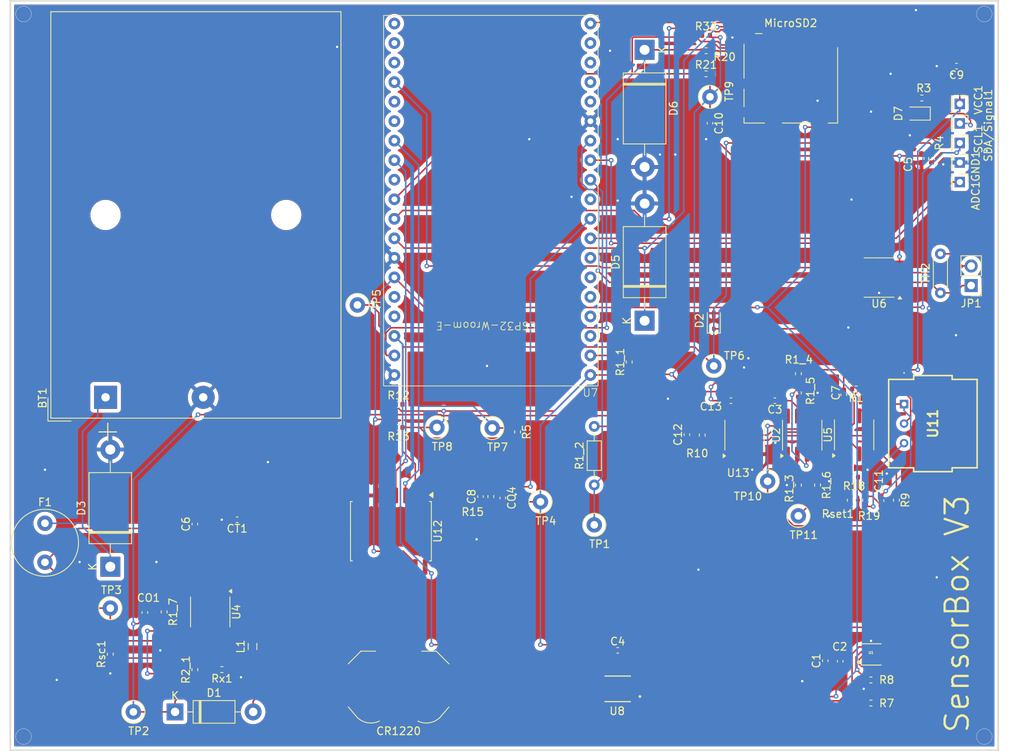
<source format=kicad_pcb>
(kicad_pcb (version 20240108) (generator "pcbnew") (generator_version "8.0")
  (layers (0 "F.Cu" signal) (31 "B.Cu" signal) (34 "B.Paste" user) (35 "F.Paste" user) (36 "B.SilkS" user "B.Silkscreen") (37 "F.SilkS" user "F.Silkscreen") (38 "B.Mask" user) (39 "F.Mask" user) (44 "Edge.Cuts" user))
  (net 0 "")
  (net 1 "extern_Sensor_Gpio_33")
  (net 2 "Net-(D3-A1)")
  (net 3 "GND1")
  (net 4 "VDD_3V3")
  (net 5 "VCC_Bat")
  (net 6 "VDD_5V")
  (net 7 "Net-(C11-Pad1)")
  (net 8 "Net-(C11-Pad2)")
  (net 9 "Net-(U13--)")
  (net 10 "Net-(C12-Pad2)")
  (net 11 "Net-(CR1220-+)")
  (net 12 "Net-(U4-TC)")
  (net 13 "Net-(D1-A)")
  (net 14 "SCL_GPIO22")
  (net 15 "SDA_GPIO21")
  (net 16 "Miso_GPIO19")
  (net 17 "Mosi_GPIO23")
  (net 18 "Net-(JP1-A)")
  (net 19 "Net-(JP1-B)")
  (net 20 "Net-(U4-Ipk)")
  (net 22 "SCK_GPIO18")
  (net 24 "CS_GPIO5")
  (net 26 "Net-(R1-Pad2)")
  (net 27 "Net-(U7-EN)")
  (net 28 "Ozon_out_ADC_GPIO27")
  (net 29 "VDD_2.5V")
  (net 30 "Net-(R1_3-Pad1)")
  (net 31 "Net-(U2-+)")
  (net 32 "Net-(U4-Vfb)")
  (net 33 "Net-(U13-+)")
  (net 34 "RTC_RST_GPIO16")
  (net 35 "RTC_32Khz_GPIO25")
  (net 36 "Net-(U5--)")
  (net 37 "Net-(R19-Pad1)")
  (net 38 "Net-(U5-+)")
  (net 39 "Net-(U4-DC)")
  (net 40 "RTC_INIT_GPIO4")
  (net 47 "Miso_GPIO12")
  (net 48 "CS_GPIO15")
  (net 49 "SCK_GPIO14")
  (net 54 "RST_GPIO2")
  (net 73 "Net-(U2-V+)")
  (net 74 "Net-(U5-V+)")
  (net 75 "Net-(U13-V+)")
  (net 76 "Net-(D2-K)")
  (net 77 "Net-(D7-K)")
  (footprint "Resistor_SMD:R_0402_1005Metric" (layer "F.Cu") (at 123.93 100.85)
    (property "Reference" "R8")
    (property "Value" "4.7k")
  )
  (footprint "Ozonsensor:PS1O3100" (layer "F.Cu") (at 128.25 64.96 -90)
    (property "Reference" "U11")
    (property "Value" "PS1-O3-100" (hide yes))
  )
  (footprint "Capacitor_SMD:C_0402_1005Metric_Pad0.74x0.62mm_HandSolder" (layer "F.Cu") (at 73.152 76.99 90)
    (property "Reference" "C8")
    (property "Value" "100nF")
  )
  (footprint "TestPoint:TestPoint_Loop_D1.80mm_Drill1.0mm_Beaded" (layer "F.Cu") (at 25 91.5 90)
    (property "Reference" "TP3")
    (property "Value" "TestPoint")
  )
  (footprint "Capacitor_SMD:C_0402_1005Metric_Pad0.74x0.62mm_HandSolder" (layer "F.Cu") (at 100 68.9325 90)
    (property "Reference" "C12")
    (property "Value" "100nF")
  )
  (footprint "Connector_Card:microSD_HC_Molex_104031-0811" (layer "F.Cu") (at 113.5 22.5875)
    (property "Reference" "MicroSD2")
    (property "Value" "~")
  )
  (footprint "Resistor_SMD:R_0402_1005Metric" (layer "F.Cu") (at 130.554 25.146 180)
    (property "Reference" "R3")
    (property "Value" "100R")
  )
  (footprint "Capacitor_SMD:C_0402_1005Metric_Pad0.74x0.62mm_HandSolder" (layer "F.Cu") (at 29.5 92.0675 90)
    (property "Reference" "CO1")
    (property "Value" "47µF")
  )
  (footprint "Capacitor_SMD:C_0402_1005Metric_Pad0.74x0.62mm_HandSolder" (layer "F.Cu") (at 36 80.5675 90)
    (property "Reference" "C6")
    (property "Value" "100µF")
  )
  (footprint "Diode_SMD:D_SOD-323" (layer "F.Cu") (at 103.5 54.12 90)
    (property "Reference" "D2")
    (property "Value" "PESD3V3U1UA")
  )
  (footprint "Resistor_THT:R_Axial_DIN0204_L3.6mm_D1.6mm_P7.62mm_Horizontal" (layer "F.Cu") (at 87.95 75.48 90)
    (property "Reference" "R1_2")
    (property "Value" "0R")
  )
  (footprint "Capacitor_SMD:C_0402_1005Metric_Pad0.74x0.62mm_HandSolder" (layer "F.Cu") (at 120.396 63.754 90)
    (property "Reference" "C7")
    (property "Value" "0.1uF")
  )
  (footprint "TestPoint:TestPoint_Loop_D1.80mm_Drill1.0mm_Beaded" (layer "F.Cu") (at 57.15 52.07 90)
    (property "Reference" "TP5")
    (property "Value" "TestPoint")
  )
  (footprint "Package_SO:SOIC-8_3.9x4.9mm_P1.27mm" (layer "F.Cu") (at 125 48.5 180)
    (property "Reference" "U6")
    (property "Value" "MAX31855EASA")
  )
  (footprint "Battery_Basket:BatteryHolder_Keystone_2479_3xAAA" (layer "F.Cu") (at 24.384 64.0825 90)
    (property "Reference" "BT1")
    (property "Value" "BC3AAAPC")
  )
  (footprint "Fuse:Fuse_Littelfuse_372_D8.50mm" (layer "F.Cu") (at 16.5 80.46 -90)
    (property "Reference" "F1")
    (property "Value" "Polyfuse_Small")
  )
  (footprint "TestPoint:TestPoint_Loop_D1.80mm_Drill1.0mm_Beaded" (layer "F.Cu") (at 67.48 68)
    (property "Reference" "TP8")
    (property "Value" "TestPoint")
  )
  (footprint "Resistor_SMD:R_0402_1005Metric" (layer "F.Cu") (at 117 75.5 -90)
    (property "Reference" "R1_6")
    (property "Value" "10kR")
  )
  (footprint "Resistor_SMD:R_0402_1005Metric" (layer "F.Cu") (at 114.5 61.01 90)
    (property "Reference" "R1_4")
    (property "Value" "1kR")
  )
  (footprint "Resistor_SMD:R_0402_1005Metric" (layer "F.Cu") (at 36 99.51 90)
    (property "Reference" "R2_1")
    (property "Value" "2k2")
  )
  (footprint "Capacitor_SMD:C_0402_1005Metric_Pad0.74x0.62mm_HandSolder" (layer "F.Cu") (at 118 98.35 90)
    (property "Reference" "C1")
    (property "Value" "0.1uF")
  )
  (footprint "Inductor_SMD:L_0805_2012Metric_Pad1.05x1.20mm_HandSolder" (layer "F.Cu") (at 43.5 96.5 90)
    (property "Reference" "L1")
    (property "Value" "51µH")
  )
  (footprint "TestPoint:TestPoint_Loop_D1.80mm_Drill1.0mm_Beaded" (layer "F.Cu") (at 103 25 90)
    (property "Reference" "TP9")
    (property "Value" "TestPoint")
  )
  (footprint "Capacitor_SMD:C_0402_1005Metric_Pad0.74x0.62mm_HandSolder" (layer "F.Cu") (at 76.05 77.17 -90)
    (property "Reference" "CO4")
    (property "Value" "100nF")
  )
  (footprint "Diode_THT:D_DO-201AE_P15.24mm_Horizontal" (layer "F.Cu") (at 25 86.12 90)
    (property "Reference" "D3")
    (property "Value" "1.5KExxA")
  )
  (footprint "Capacitor_SMD:C_0402_1005Metric_Pad0.74x0.62mm_HandSolder" (layer "F.Cu") (at 111.4465 64.516 180)
    (property "Reference" "C3")
    (property "Value" "0.1uF")
  )
  (footprint "Capacitor_SMD:C_0402_1005Metric_Pad0.74x0.62mm_HandSolder" (layer "F.Cu") (at 130.5 33 -90)
    (property "Reference" "C5")
    (property "Value" "0.1µF")
  )
  (footprint "Resistor_SMD:R_0402_1005Metric" (layer "F.Cu") (at 102.49 22)
    (property "Reference" "R21")
    (property "Value" "3k")
  )
  (footprint "Package_SO:SOIC-8_3.9x4.9mm_P1.27mm" (layer "F.Cu") (at 38 92 -90)
    (property "Reference" "U4")
    (property "Value" "MC33063AD")
  )
  (footprint "Resistor_SMD:R_0402_1005Metric" (layer "F.Cu") (at 122.01 63 180)
    (property "Reference" "R1")
    (property "Value" "10R")
  )
  (footprint "Package_SO:SOIC-16W_7.5x10.3mm_P1.27mm" (layer "F.Cu") (at 61.5 81.5 -90)
    (property "Reference" "U12")
    (property "Value" "DS3231M")
  )
  (footprint "Resistor_SMD:R_0402_1005Metric" (layer "F.Cu") (at 114.5 63.5 90)
    (property "Reference" "R1_5")
    (property "Value" "1kR")
  )
  (footprint "Resistor_SMD:R_0402_1005Metric" (layer "F.Cu") (at 92.5 59.5 90)
    (property "Reference" "R1_1")
    (property "Value" "10k")
  )
  (footprint "Resistor_SMD:R_0402_1005Metric" (layer "F.Cu") (at 131.826 33.022 90)
    (property "Reference" "R4")
    (property "Value" "100R")
  )
  (footprint "Resistor_SMD:R_0402_1005Metric" (layer "F.Cu") (at 114.5 75.5 90)
    (property "Reference" "R1_3")
    (property "Value" "1.3 kR")
  )
  (footprint "TestPoint:TestPoint_Loop_D1.80mm_Drill1.0mm_Beaded" (layer "F.Cu") (at 74.676 68.072)
    (property "Reference" "TP7")
    (property "Value" "TestPoint")
  )
  (footprint "Capacitor_SMD:C_0402_1005Metric_Pad0.74x0.62mm_HandSolder" (layer "F.Cu") (at 125.25 77.5275 -90)
    (property "Reference" "C11")
    (property "Value" "100nF")
  )
  (footprint "Resistor_SMD:R_0402_1005Metric" (layer "F.Cu") (at 102 69 -90)
    (property "Reference" "R10")
    (property "Value" "10kR")
  )
  (footprint "TestPoint:TestPoint_Loop_D1.80mm_Drill1.0mm_Beaded" (layer "F.Cu") (at 114.5 79.5)
    (property "Reference" "TP11")
    (property "Value" "TestPoint")
  )
  (footprint "Capacitor_SMD:C_0402_1005Metric_Pad0.74x0.62mm_HandSolder" (layer "F.Cu") (at 119.94 98.4175 90)
    (property "Reference" "C2")
    (property "Value" "0.1uF")
  )
  (footprint "Resistor_SMD:R_0402_1005Metric" (layer "F.Cu") (at 102.49 17)
    (property "Reference" "R33")
    (property "Value" "3k")
  )
  (footprint "Capacitor_SMD:C_0402_1005Metric_Pad0.74x0.62mm_HandSolder" (layer "F.Cu") (at 103 28.4325 -90)
    (property "Reference" "C10")
    (property "Value" "100nF")
  )
  (footprint "TestPoint:TestPoint_Loop_D1.80mm_Drill1.0mm_Beaded" (layer "F.Cu") (at 110.5 75)
    (property "Reference" "TP10")
    (property "Value" "TestPoint")
  )
  (footprint "Diode_THT:D_DO-201AE_P15.24mm_Horizontal" (layer "F.Cu") (at 94.5 54.12 90)
    (property "Reference" "D5")
    (property "Value" "1.5KExxA")
  )
  (footprint "Capacitor_SMD:C_0402_1005Metric_Pad0.74x0.62mm_HandSolder" (layer "F.Cu") (at 135.0675 21 180)
    (property "Reference" "C9")
    (property "Value" "100nF")
  )
  (footprint "Resistor_SMD:R_0402_1005Metric" (layer "F.Cu") (at 74.5 77 90)
    (property "Reference" "R15")
    (property "Value" "4.7k")
  )
  (footprint "Connector_PinHeader_2.00mm:PinHeader_1x01_P2.00mm_Vertical" (layer "F.Cu") (at 135.5 25.92 -90)
    (property "Reference" "VCC1")
    (property "Value" "Conn_01x01_Socket")
  )
  (footprint "Resistor_SMD:R_0402_1005Metric" (layer "F.Cu") (at 25 97.49 90)
    (property "Reference" "Rsc1")
    (property "Value" "0R39")
  )
  (footprint "Capacitor_SMD:C_0402_1005Metric_Pad0.74x0.62mm_HandSolder" (layer "F.Cu") (at 105.7235 64.516 180)
    (property "Reference" "C13")
    (property "Value" "0.1uF")
  )
  (footprint "Connector_PinHeader_2.00mm:PinHeader_1x01_P2.00mm_Vertical" (layer "F.Cu") (at 135.5 31 -90)
    (property "Reference" "SCL1")
    (property "Value" "Conn_01x01_Socket")
  )
  (footprint "HPP_footprints:SON6_HPP845E131R5_TEC" (layer "F.Cu") (at 91 102 180)
    (property "Reference" "U8")
    (property "Value" "HPP845E131R5")
  )
  (footprint "Capacitor_SMD:C_0402_1005Metric_Pad0.74x0.62mm_HandSolder" (layer "F.Cu") (at 91 97)
    (property "Reference" "C4")
    (property "Value" "100nF")
  )
  (footprint "TestPoint:TestPoint_Loop_D1.80mm_Drill1.0mm_Beaded" (layer "F.Cu") (at 28 105)
    (property "Reference" "TP2")
    (property "Value" "TestPoint")
  )
  (footprint "Resistor_SMD:R_0402_1005Metric" (layer "F.Cu") (at 39.51 99.5 180)
    (property "Reference" "Rx1")
    (property "Value" "180R")
  )
  (footprint "TestPoint:TestPoint_Loop_D1.80mm_Drill1.0mm_Beaded" (layer "F.Cu") (at 87.95 80.67)
    (property "Reference" "TP1")
    (property "Value" "TestPoint")
  )
  (footprint "Resistor_SMD:R_0402_1005Metric" (layer "F.Cu") (at 32 92 -90)
    (property "Reference" "R1_7")
    (property "Value" "6k8")
  )
  (footprint "Resistor_SMD:R_0402_1005Metric" (layer "F.Cu") (at 123.94 103.85)
    (property "Reference" "R7")
    (property "Value" "4.7k")
  )
  (footprint "Connector_PinHeader_2.00mm:PinHeader_1x01_P2.00mm_Vertical" (layer "F.Cu") (at 135.5 36.08 -90)
    (property "Reference" "ADC1")
    (property "Value" "Conn_01x01_Socket")
  )
  (footprint "Resistor_SMD:R_0402_1005Metric" (layer "F.Cu") (at 121.25 77.47 -90)
    (property "Reference" "Rset1")
    (property "Value" "10k")
  )
  (footprint "Resistor_SMD:R_0402_1005Metric" (layer "F.Cu") (at 127.25 77.46 -90)
    (property "Reference" "R9")
    (property "Value" "10kR")
  )
  (footprint "Package_SO:SOIC-8_3.9x4.9mm_P1.27mm" (layer "F.Cu") (at 115 69 90)
    (property "Reference" "U2")
    (property "Value" "OPA197xD")
  )
  (footprint "Resistor_SMD:R_0402_1005Metric" (layer "F.Cu") (at 62.49 65)
    (property "Reference" "R12")
    (property "Value" "4.7k")
  )
  (footprint "TestPoint:TestPoint_Loop_D1.80mm_Drill1.0mm_Beaded" (layer "F.Cu") (at 103.5 60)
    (property "Reference" "TP6")
    (property "Value" "TestPoint")
  )
  (footprint "Resistor_SMD:R_0402_1005Metric" (layer "F.Cu") (at 123.25 77.47 90)
    (property "Reference" "R19")
    (property "Value" "10kR")
  )
  (footprint "Battery:BatteryHolder_LINX_BAT-HLD-012-SMT" (layer "F.Cu") (at 62.5 101.5)
    (property "Reference" "CR1220")
    (property "Value" "Battery")
  )
  (footprint "Diode_THT:D_DO-41_SOD81_P10.16mm_Horizontal" (layer "F.Cu") (at 33.42 105)
    (property "Reference" "D1")
    (property "Value" "1N5819")
  )
  (footprint "Resistor_SMD:R_0402_1005Metric" (layer "F.Cu") (at 77.978 68.58 -90)
    (property "Reference" "R5")
    (property "Value" "4.7k")
  )
  (footprint "Connector_PinHeader_2.00mm:PinHeader_1x01_P2.00mm_Vertical" (layer "F.Cu") (at 135.5 28.46 -90)
    (property "Reference" "SDA/Signal1")
    (property "Value" "Conn_01x01_Socket")
  )
  (footprint "Resistor_SMD:R_0402_1005Metric" (layer "F.Cu") (at 62.49 68 180)
    (property "Reference" "R13")
    (property "Value" "4.7k")
  )
  (footprint "Package_SO:SOIC-8_3.9x4.9mm_P1.27mm" (layer "F.Cu") (at 107.5 69 90)
    (property "Reference" "U13")
    (property "Value" "OPA197xD")
  )
  (footprint "Connector_PinHeader_2.00mm:PinHeader_1x01_P2.00mm_Vertical" (layer "F.Cu") (at 135.5 33.54 -90)
    (property "Reference" "GND1")
    (property "Value" "Conn_01x01_Socket")
  )
  (footprint "Capacitor_SMD:C_0402_1005Metric_Pad0.74x0.62mm_HandSolder" (layer "F.Cu") (at 41.5 80 180)
    (property "Reference" "CT1")
    (property "Value" "1500pF")
  )
  (footprint "Connector_PinHeader_2.54mm:PinHeader_1x02_P2.54mm_Vertical" (layer "F.Cu") (at 136.975 49.54 180)
    (property "Reference" "JP1")
    (property "Value" "Jumper_2_Bridged")
  )
  (footprint "TestPoint:TestPoint_Loop_D1.80mm_Drill1.0mm_Beaded" (layer "F.Cu") (at 80.95 77.67)
    (property "Reference" "TP4")
    (property "Value" "TestPoint")
  )
  (footprint "Diode_SMD:D_SOD-323" (layer "F.Cu") (at 130.048 27.178 180)
    (property "Reference" "D7")
    (property "Value" "PESD3V3U1UA")
  )
  (footprint "ESP32_Wroom_e:ESP32_Wroom_E" (layer "F.Cu") (at 87.45 61.18 180)
    (property "Reference" "U7")
    (property "Value" "~")
  )
  (footprint "Resistor_THT:R_Axial_DIN0204_L3.6mm_D1.6mm_P5.08mm_Horizontal" (layer "F.Cu") (at 132.975 50.5 90)
    (property "Reference" "TH2")
    (property "Value" "Type K")
  )
  (footprint "Resistor_SMD:R_0402_1005Metric" (layer "F.Cu") (at 102.51 19)
    (property "Reference" "R20")
    (property "Value" "3k")
  )
  (footprint "Resistor_SMD:R_0402_1005Metric" (layer "F.Cu") (at 121.75 74.46 180)
    (property "Reference" "R18")
    (property "Value" "10kR")
  )
  (footprint "Package_SO:SOIC-8_3.9x4.9mm_P1.27mm" (layer "F.Cu") (at 121.75 68.96 90)
    (property "Reference" "U5")
    (property "Value" "OPA197xD")
  )
  (footprint "BME280 (2):BME280" (layer "F.Cu") (at 123.97 97.525 180)
    (property "Reference" "U1")
    (property "Value" "BME280")
  )
  (footprint "Diode_THT:D_DO-201AE_P15.24mm_Horizontal" (layer "F.Cu") (at 94.5 18.88 -90)
    (property "Reference" "D6")
    (property "Value" "1.5KExxA")
  )
  (gr_circle (center 13.716 108.204) (end 13.716 107.188) (stroke (width 0.05)) (fill none) (layer "Edge.Cuts"))
  (gr_rect (start 12 12.5) (end 140.5 110) (stroke (width 0.2)) (fill none) (layer "Edge.Cuts"))
  (gr_circle (center 138.684 108.204) (end 138.684 107.188) (stroke (width 0.05)) (fill none) (layer "Edge.Cuts"))
  (gr_circle (center 13.716 14.224) (end 13.716 13.208) (stroke (width 0.05)) (fill none) (layer "Edge.Cuts"))
  (gr_circle (center 138.684 14.224) (end 138.684 13.208) (stroke (width 0.05)) (fill none) (layer "Edge.Cuts"))
  (gr_text "SensorBox V3" (at 136.906 107.95 90) (layer "F.SilkS") (effects (font (size 3 3) (thickness 0.3) (bold yes)) (justify left bottom)))
  (segment (start 127.203 43.4) (end 87.45 43.4) (width 0.2) (layer "F.Cu") (net 1))
  (segment (start 135.5 36.08) (end 134.523 36.08) (width 0.2) (layer "F.Cu") (net 1))
  (segment (start 134.523 36.08) (end 127.203 43.4) (width 0.2) (layer "F.Cu") (net 1))
  (segment (start 21.3925 80.9108) (end 25 84.5183) (width 0.2) (layer "B.Cu") (net 2))
  (segment (start 21.3925 80.518) (end 21.3925 80.9108) (width 0.2) (layer "B.Cu") (net 2))
  (segment (start 21.3925 80.518) (end 21.3925 68.5235) (width 0.2) (layer "B.Cu") (net 2))
  (segment (start 23.368 66.548) (end 23.368 65.0985) (width 0.2) (layer "B.Cu") (net 2))
  (segment (start 16.5 80.46) (end 21.3925 80.46) (width 0.2) (layer "B.Cu") (net 2))
  (segment (start 21.3925 80.46) (end 21.3925 80.518) (width 0.2) (layer "B.Cu") (net 2))
  (segment (start 23.368 65.0985) (end 24.384 64.0825) (width 0.2) (layer "B.Cu") (net 2))
  (segment (start 21.3925 68.5235) (end 23.368 66.548) (width 0.2) (layer "B.Cu") (net 2))
  (segment (start 25 84.5183) (end 25 86.12) (width 0.2) (layer "B.Cu") (net 2))
  (segment (start 124.148 95.758) (end 124.94 96.55) (width 0.2) (layer "F.Cu") (net 3))
  (segment (start 123 98.5) (end 123.412936 98.5) (width 0.2) (layer "F.Cu") (net 3))
  (segment (start 124.727 97.85) (end 124.395 97.5179) (width 0.2) (layer "F.Cu") (net 3))
  (segment (start 123.952 97.0749) (end 124.395 97.5179) (width 0.2) (layer "F.Cu") (net 3))
  (segment (start 123.952 95.758) (end 124.148 95.758) (width 0.2) (layer "F.Cu") (net 3))
  (segment (start 124.395 97.517936) (end 124.395 97.5179) (width 0.2) (layer "F.Cu") (net 3))
  (segment (start 123.952 95.758) (end 123.952 97.0749) (width 0.2) (layer "F.Cu") (net 3))
  (segment (start 124.94 97.85) (end 124.727 97.85) (width 0.2) (layer "F.Cu") (net 3))
  (segment (start 123.412936 98.5) (end 124.395 97.517936) (width 0.2) (layer "F.Cu") (net 3))
  (via (at 118.5 79.5) (size 0.6) (drill 0.3) (layers "F.Cu" "B.Cu") (net 3))
  (via (at 91 38.5) (size 0.6) (drill 0.3) (layers "F.Cu" "B.Cu") (net 3))
  (via (at 123.952 95.758) (size 0.6) (drill 0.3) (layers "F.Cu" "B.Cu") (net 3))
  (via (at 96.5 32.5) (size 0.6) (drill 0.3) (layers "F.Cu" "B.Cu") (net 3))
  (via (at 77.724 76.708) (size 0.6) (drill 0.3) (layers "F.Cu" "B.Cu") (net 3))
  (via (at 79.5 30.5) (size 0.6) (drill 0.3) (layers "F.Cu" "B.Cu") (net 3))
  (via (at 117 63.5) (size 0.6) (drill 0.3) (layers "F.Cu" "B.Cu") (net 3))
  (via (at 134.5 22) (size 0.6) (drill 0.3) (layers "F.Cu" "B.Cu") (net 3))
  (via (at 135 56) (size 0.6) (drill 0.3) (layers "F.Cu" "B.Cu") (net 3))
  (via (at 91 30.5) (size 0.6) (drill 0.3) (layers "F.Cu" "B.Cu") (net 3))
  (via (at 18.034 100.838) (size 0.6) (drill 0.3) (layers "F.Cu" "B.Cu") (net 3))
  (via (at 102.5 30.5) (size 0.6) (drill 0.3) (layers "F.Cu" "B.Cu") (net 3))
  (via (at 113 75.5) (size 0.6) (drill 0.3) (layers "F.Cu" "B.Cu") (net 3))
  (via (at 132.5 87.5) (size 0.6) (drill 0.3) (layers "F.Cu" "B.Cu") (net 3))
  (via (at 21 85.5) (size 0.6) (drill 0.3) (layers "F.Cu" "B.Cu") (net 3))
  (via (at 107.442 60.198) (size 0.6) (drill 0.3) (layers "F.Cu" "B.Cu") (net 3))
  (via (at 121 55) (size 0.6) (drill 0.3) (layers "F.Cu" "B.Cu") (net 3))
  (via (at 123.5 73.5) (size 0.6) (drill 0.3) (layers "F.Cu" "B.Cu") (net 3))
  (via (at 54.5 18.5) (size 0.6) (drill 0.3) (layers "F.Cu" "B.Cu") (net 3))
  (via (at 105.918 17.272) (size 0.6) (drill 0.3) (layers "F.Cu" "B.Cu") (net 3))
  (via (at 117 25.5) (size 0.6) (drill 0.3) (layers "F.Cu" "B.Cu") (net 3))
  (via (at 126 74) (size 0.6) (drill 0.3) (layers "F.Cu" "B.Cu") (net 3))
  (via (at 98.5 32.5) (size 0.6) (drill 0.3) (layers "F.Cu" "B.Cu") (net 3))
  (via (at 115 101) (size 0.6) (drill 0.3) (layers "F.Cu" "B.Cu") (net 3))
  (via (at 85 38) (size 0.6) (drill 0.3) (layers "F.Cu" "B.Cu") (net 3))
  (via (at 139 32) (size 0.6) (drill 0.3) (layers "F.Cu" "B.Cu") (net 3))
  (via (at 125 50.5) (size 0.6) (drill 0.3) (layers "F.Cu" "B.Cu") (net 3))
  (via (at 90 19) (size 0.6) (drill 0.3) (layers "F.Cu" "B.Cu") (net 3))
  (via (at 111.5 70) (size 0.6) (drill 0.3) (layers "F.Cu" "B.Cu") (net 3))
  (via (at 31 85.5) (size 0.6) (drill 0.3) (layers "F.Cu" "B.Cu") (net 3))
  (via (at 42 100.5) (size 0.6) (drill 0.3) (layers "F.Cu" "B.Cu") (net 3))
  (via (at 31.5 97) (size 0.6) (drill 0.3) (layers "F.Cu" "B.Cu") (net 3))
  (via (at 132.5 21) (size 0.6) (drill 0.3) (layers "F.Cu" "B.Cu") (net 3))
  (via (at 108.5 73.5) (size 0.6) (drill 0.3) (layers "F.Cu" "B.Cu") (net 3))
  (via (at 133.35 33.782) (size 0.6) (drill 0.3) (layers "F.Cu" "B.Cu") (net 3))
  (via (at 39.5 80) (size 0.6) (drill 0.3) (layers "F.Cu" "B.Cu") (net 3))
  (via (at 129 30) (size 0.6) (drill 0.3) (layers "F.Cu" "B.Cu") (net 3))
  (via (at 121.412 38.354) (size 0.6) (drill 0.3) (layers "F.Cu" "B.Cu") (net 3))
  (via (at 123 102) (size 0.6) (drill 0.3) (layers "F.Cu" "B.Cu") (net 3))
  (via (at 97.536 64.262) (size 0.6) (drill 0.3) (layers "F.Cu" "B.Cu") (net 3))
  (via (at 16.5 73.5) (size 0.6) (drill 0.3) (layers "F.Cu" "B.Cu") (net 3))
  (via (at 74 60) (size 0.6) (drill 0.3) (layers "F.Cu" "B.Cu") (net 3))
  (via (at 126.5 22) (size 0.6) (drill 0.3) (layers "F.Cu" "B.Cu") (net 3))
  (via (at 72.644 82.55) (size 0.6) (drill 0.3) (layers "F.Cu" "B.Cu") (net 3))
  (via (at 123.952 26.924) (size 0.6) (drill 0.3) (layers "F.Cu" "B.Cu") (net 3))
  (via (at 25 100) (size 0.6) (drill 0.3) (layers "F.Cu" "B.Cu") (net 3))
  (via (at 45.5 72.5) (size 0.6) (drill 0.3) (layers "F.Cu" "B.Cu") (net 3))
  (via (at 108 59) (size 0.6) (drill 0.3) (layers "F.Cu" "B.Cu") (net 3))
  (via (at 129.794 13.716) (size 0.6) (drill 0.3) (layers "F.Cu" "B.Cu") (net 3))
  (via (at 101.5 86.5) (size 0.6) (drill 0.3) (layers "F.Cu" "B.Cu") (net 3))
  (via (at 131.5 52.5) (size 0.6) (drill 0.3) (layers "F.Cu" "B.Cu") (net 3))
  (via (at 118.5 75) (size 0.6) (drill 0.3) (layers "F.Cu" "B.Cu") (net 3))
  (segment (start 82.7665 65.8635) (end 87.45 61.18) (width 0.2) (layer "F.Cu") (net 4))
  (segment (start 124.44 99.1446) (end 124.368 99.0723) (width 0.2) (layer "F.Cu") (net 4))
  (segment (start 103.612 30.3985) (end 103.612 28.4773) (width 0.2) (layer "F.Cu") (net 4))
  (segment (start 125.165 97.2) (end 124.94 97.2) (width 0.2) (layer "F.Cu") (net 4))
  (segment (start 103.982 19) (end 104.024 19.0426) (width 0.2) (layer "F.Cu") (net 4))
  (segment (start 110.879 64.516) (end 108.966 64.516) (width 0.2) (layer "F.Cu") (net 4))
  (segment (start 113.695 17.9892) (end 113.695 17.1375) (width 0.2) (layer "F.Cu") (net 4))
  (segment (start 103 27.865) (end 103 25) (width 0.2) (layer "F.Cu") (net 4))
  (segment (start 103 23.5) (end 103 22.2786) (width 0.2) (layer "F.Cu") (net 4))
  (segment (start 72.95 77.5575) (end 74.4525 77.5575) (width 0.2) (layer "F.Cu") (net 4))
  (segment (start 124.44 100.85) (end 124.44 99.1446) (width 0.2) (layer "F.Cu") (net 4))
  (segment (start 127.658 32.6775) (end 105.891 32.6775) (width 0.2) (layer "F.Cu") (net 4))
  (segment (start 100.257 63.338) (end 100.248 63.3284) (width 0.2) (layer "F.Cu") (net 4))
  (segment (start 91.33 61.18) (end 92.5 60.01) (width 0.2) (layer "F.Cu") (net 4))
  (segment (start 103 23.5) (end 103 22.2786) (width 0.2) (layer "F.Cu") (net 4))
  (segment (start 130.5 32.4325) (end 130.255 32.6775) (width 0.2) (layer "F.Cu") (net 4))
  (segment (start 122.401 98.7652) (end 122.708 99.0723) (width 0.2) (layer "F.Cu") (net 4))
  (segment (start 125.531 97.566) (end 125.531 98.298) (width 0.2) (layer "F.Cu") (net 4))
  (segment (start 102.552 21.6339) (end 102.449 21.5309) (width 0.2) (layer "F.Cu") (net 4))
  (segment (start 66.6364 69.3964) (end 77.6716 69.3964) (width 0.2) (layer "F.Cu") (net 4))
  (segment (start 63 71.078271) (end 64.675 72.753271) (width 0.2) (layer "F.Cu") (net 4))
  (segment (start 118.068 97.85) (end 118 97.7825) (width 0.2) (layer "F.Cu") (net 4))
  (segment (start 102.552 21.8308) (end 102.552 21.6339) (width 0.2) (layer "F.Cu") (net 4))
  (segment (start 130.255 32.6775) (end 127.658 32.6775) (width 0.2) (layer "F.Cu") (net 4))
  (segment (start 76.05 77.7375) (end 74.7275 77.7375) (width 0.2) (layer "F.Cu") (net 4))
  (segment (start 118 97.7825) (end 118 95) (width 0.2) (layer "F.Cu") (net 4))
  (segment (start 103 22.2786) (end 103 22) (width 0.2) (layer "F.Cu") (net 4))
  (segment (start 98.0105 61.0914) (end 93.5814 61.0914) (width 0.2) (layer "F.Cu") (net 4))
  (segment (start 76.1175 77.67) (end 76.05 77.7375) (width 0.2) (layer "F.Cu") (net 4))
  (segment (start 112.684 19) (end 113.695 17.9892) (width 0.2) (layer "F.Cu") (net 4))
  (segment (start 88.8616 102) (end 88.8616 98.5709) (width 0.2) (layer "F.Cu") (net 4))
  (segment (start 125.492 96.9239) (end 125.216 97.2) (width 0.2) (layer "F.Cu") (net 4))
  (segment (start 123 97.85) (end 122.735 97.85) (width 0.2) (layer "F.Cu") (net 4))
  (segment (start 111.633 19.0426) (end 111.676 19) (width 0.2) (layer "F.Cu") (net 4))
  (segment (start 93.5814 61.0914) (end 92.5 60.01) (width 0.2) (layer "F.Cu") (net 4))
  (segment (start 119 94) (end 124.5 94) (width 0.2) (layer "F.Cu") (net 4))
  (segment (start 63 70.866) (end 63 71.078271) (width 0.2) (layer "F.Cu") (net 4))
  (segment (start 119.94 97.85) (end 118.068 97.85) (width 0.2) (layer "F.Cu") (net 4))
  (segment (start 62.8435 65.8635) (end 68.3635 65.8635) (width 0.2) (layer "F.Cu") (net 4))
  (segment (start 103 22.2786) (end 102.552 21.8308) (width 0.2) (layer "F.Cu") (net 4))
  (segment (start 103 17) (end 103.261 17.2613) (width 0.2) (layer "F.Cu") (net 4))
  (segment (start 124.94 97.2) (end 125.165 97.2) (width 0.2) (layer "F.Cu") (net 4))
  (segment (start 102.449 21.5309) (end 102.449 19.5708) (width 0.2) (layer "F.Cu") (net 4))
  (segment (start 63 68) (end 65.24 68) (width 0.2) (layer "F.Cu") (net 4))
  (segment (start 118 95) (end 119 94) (width 0.2) (layer "F.Cu") (net 4))
  (segment (start 89.6923 96.2598) (end 80.95 96.2598) (width 0.2) (layer "F.Cu") (net 4))
  (segment (start 61.98 65) (end 62.8435 65.8635) (width 0.2) (layer "F.Cu") (net 4))
  (segment (start 104.024 19.0426) (end 111.633 19.0426) (width 0.2) (layer "F.Cu") (net 4))
  (segment (start 87.45 61.18) (end 91.33 61.18) (width 0.2) (layer "F.Cu") (net 4))
  (segment (start 64.675 72.753271) (end 64.675 76.85) (width 0.2) (layer "F.Cu") (net 4))
  (segment (start 124.368 99.0723) (end 124.94 98.5) (width 0.2) (layer "F.Cu") (net 4))
  (segment (start 127.475 46.595) (end 127.658 46.4125) (width 0.2) (layer "F.Cu") (net 4))
  (segment (start 125.329 98.5) (end 124.94 98.5) (width 0.2) (layer "F.Cu") (net 4))
  (segment (start 80.95 77.67) (end 76.1175 77.67) (width 0.2) (layer "F.Cu") (net 4))
  (segment (start 68.3635 65.8635) (end 82.7665 65.8635) (width 0.2) (layer "F.Cu") (net 4))
  (segment (start 103.02 19) (end 103.982 19) (width 0.2) (layer "F.Cu") (net 4))
  (segment (start 125.165 97.2) (end 125.531 97.566) (width 0.2) (layer "F.Cu") (net 4))
  (segment (start 103 25) (end 103 23.5) (width 0.2) (layer "F.Cu") (net 4))
  (segment (start 63 70.866) (end 63 68) (width 0.2) (layer "F.Cu") (net 4))
  (segment (start 127.658 46.4125) (end 127.658 45.7796) (width 0.2) (layer "F.Cu") (net 4))
  (segment (start 74.4525 77.5575) (end 74.5 77.51) (width 0.2) (layer "F.Cu") (net 4))
  (segment (start 124.5 94) (end 125.492 94.9924) (width 0.2) (layer "F.Cu") (net 4))
  (segment (start 90.4325 97) (end 89.6923 96.2598) (width 0.2) (layer "F.Cu") (net 4))
  (segment (start 122.735 97.85) (end 122.401 98.1835) (width 0.2) (layer "F.Cu") (net 4))
  (segment (start 103.612 28.4773) (end 103 27.865) (width 0.2) (layer "F.Cu") (net 4))
  (segment (start 107.788 63.338) (end 100.257 63.338) (width 0.2) (layer "F.Cu") (net 4))
  (segment (start 90.4325 97) (end 91.0758 96.3567) (width 0.2) (layer "F.Cu") (net 4))
  (segment (start 65.24 68) (end 67.48 68) (width 0.2) (layer "F.Cu") (net 4))
  (segment (start 124.44 103.84) (end 124.44 100.85) (width 0.2) (layer "F.Cu") (net 4))
  (segment (start 77.6716 69.3964) (end 77.978 69.09) (width 0.2) (layer "F.Cu") (net 4))
  (segment (start 74.7275 77.7375) (end 74.5 77.51) (width 0.2) (layer "F.Cu") (net 4))
  (segment (start 105.891 32.6775) (end 103.612 30.3985) (width 0.2) (layer "F.Cu") (net 4))
  (segment (start 89.5419 102) (end 88.8616 102) (width 0.2) (layer "F.Cu") (net 4))
  (segment (start 122.708 99.0723) (end 124.368 99.0723) (width 0.2) (layer "F.Cu") (net 4))
  (segment (start 122.401 98.1835) (end 122.401 98.7652) (width 0.2) (layer "F.Cu") (net 4))
  (segment (start 125.492 94.9924) (end 125.492 96.9239) (width 0.2) (layer "F.Cu") (net 4))
  (segment (start 91.0758 96.3567) (end 116.574 96.3567) (width 0.2) (layer "F.Cu") (net 4))
  (segment (start 65.24 68) (end 66.6364 69.3964) (width 0.2) (layer "F.Cu") (net 4))
  (segment (start 125.531 98.298) (end 125.329 98.5) (width 0.2) (layer "F.Cu") (net 4))
  (segment (start 111.676 19) (end 112.684 19) (width 0.2) (layer "F.Cu") (net 4))
  (segment (start 102.449 19.5708) (end 103.02 19) (width 0.2) (layer "F.Cu") (net 4))
  (segment (start 108.966 64.516) (end 107.788 63.338) (width 0.2) (layer "F.Cu") (net 4))
  (segment (start 88.8616 98.5709) (end 90.4325 97) (width 0.2) (layer "F.Cu") (net 4))
  (segment (start 124.45 103.85) (end 124.44 103.84) (width 0.2) (layer "F.Cu") (net 4))
  (segment (start 100.248 63.3284) (end 98.0105 61.0914) (width 0.2) (layer "F.Cu") (net 4))
  (segment (start 116.574 96.3567) (end 118 97.7825) (width 0.2) (layer "F.Cu") (net 4))
  (segment (start 125.216 97.2) (end 125.165 97.2) (width 0.2) (layer "F.Cu") (net 4))
  (segment (start 103.261 17.2613) (end 104.348 17.2613) (width 0.2) (layer "F.Cu") (net 4))
  (via (at 68.3635 65.8635) (size 0.6) (drill 0.3) (layers "F.Cu" "B.Cu") (net 4))
  (via (at 98.0105 61.0914) (size 0.6) (drill 0.3) (layers "F.Cu" "B.Cu") (net 4))
  (via (at 127.658 32.6775) (size 0.6) (drill 0.3) (layers "F.Cu" "B.Cu") (net 4))
  (via (at 80.95 96.2598) (size 0.6) (drill 0.3) (layers "F.Cu" "B.Cu") (net 4))
  (via (at 104.348 17.2613) (size 0.6) (drill 0.3) (layers "F.Cu" "B.Cu") (net 4))
  (via (at 127.658 45.7796) (size 0.6) (drill 0.3) (layers "F.Cu" "B.Cu") (net 4))
  (segment (start 104.348 23.6524) (end 104.348 17.2613) (width 0.2) (layer "B.Cu") (net 4))
  (segment (start 103 25) (end 104.348 23.6524) (width 0.2) (layer "B.Cu") (net 4))
  (segment (start 127.658 32.6775) (end 127.658 45.7796) (width 0.2) (layer "B.Cu") (net 4))
  (segment (start 68.3635 67.1165) (end 68.3635 65.8635) (width 0.2) (layer "B.Cu") (net 4))
  (segment (start 67.48 68) (end 68.3635 67.1165) (width 0.2) (layer "B.Cu") (net 4))
  (segment (start 80.95 77.67) (end 80.95 67.68) (width 0.2) (layer "B.Cu") (net 4))
  (segment (start 80.95 67.68) (end 87.45 61.18) (width 0.2) (layer "B.Cu") (net 4))
  (segment (start 100.972 27.0285) (end 103 25) (width 0.2) (layer "B.Cu") (net 4))
  (segment (start 98.0105 61.0914) (end 100.972 58.1304) (width 0.2) (layer "B.Cu") (net 4))
  (segment (start 80.95 77.67) (end 80.95 96.2598) (width 0.2) (layer "B.Cu") (net 4))
  (segment (start 100.972 58.1304) (end 100.972 27.0285) (width 0.2) (layer "B.Cu") (net 4))
  (segment (start 25 91.5) (end 25 95.7545) (width 0.2) (layer "F.Cu") (net 5))
  (segment (start 37.365 94.8395) (end 37.365 94.475) (width 0.2) (layer "F.Cu") (net 5))
  (segment (start 36.45 95.7545) (end 37.365 94.8395) (width 0.2) (layer "F.Cu") (net 5))
  (segment (start 25 95.7545) (end 36.45 95.7545) (width 0.2) (layer "F.Cu") (net 5))
  (segment (start 36 81.135) (end 20.905 81.135) (width 0.2) (layer "F.Cu") (net 5))
  (segment (start 22.46 91.5) (end 25 91.5) (width 0.2) (layer "F.Cu") (net 5))
  (segment (start 16.5 85.54) (end 22.46 91.5) (width 0.2) (layer "F.Cu") (net 5))
  (segment (start 20.905 81.135) (end 16.5 85.54) (width 0.2) (layer "F.Cu") (net 5))
  (segment (start 25 95.7545) (end 25 96.98) (width 0.2) (layer "F.Cu") (net 5))
  (segment (start 108.712 60.96) (end 109.172 60.5) (width 0.2) (layer "F.Cu") (net 6))
  (segment (start 33.42 105) (end 28 105) (width 0.2) (layer "F.Cu") (net 6))
  (segment (start 103.124 62.738) (end 103.632 62.23) (width 0.2) (layer "F.Cu") (net 6))
  (segment (start 120.396 60.5) (end 130.031 60.5) (width 0.2) (layer "F.Cu") (net 6))
  (segment (start 105.156 64.516) (end 103.341 64.516) (width 0.2) (layer "F.Cu") (net 6))
  (segment (start 67.9888 66.3396) (end 36.4125 66.3396) (width 0.2) (layer "F.Cu") (net 6))
  (segment (start 28.6001 93.5349) (end 28 93.5349) (width 0.2) (layer "F.Cu") (net 6))
  (segment (start 36.6381 99.6381) (end 36 99) (width 0.2) (layer "F.Cu") (net 6))
  (segment (start 105.156 64.516) (end 105.156 65.2292) (width 0.2) (layer "F.Cu") (net 6))
  (segment (start 33.42 105) (end 33.42 103.598) (width 0.2) (layer "F.Cu") (net 6))
  (segment (start 87.586 15.324) (end 87.45 15.46) (width 0.2) (layer "F.Cu") (net 6))
  (segment (start 129.959 15.324) (end 87.586 15.324) (width 0.2) (layer "F.Cu") (net 6))
  (segment (start 135.5 21.135) (end 135.635 21) (width 0.2) (layer "F.Cu") (net 6))
  (segment (start 135.635 21) (end 129.959 15.324) (width 0.2) (layer "F.Cu") (net 6))
  (segment (start 135.5 25.92) (end 135.5 21.135) (width 0.2) (layer "F.Cu") (net 6))
  (segment (start 108.712 61.722) (end 108.712 60.96) (width 0.2) (layer "F.Cu") (net 6))
  (segment (start 103.632 62.23) (end 108.204 62.23) (width 0.2) (layer "F.Cu") (net 6))
  (segment (start 109.172 60.5) (end 114.5 60.5) (width 0.2) (layer "F.Cu") (net 6))
  (segment (start 103.341 64.516) (end 103.124 64.2988) (width 0.2) (layer "F.Cu") (net 6))
  (segment (start 105.156 65.2292) (end 103.92 66.4652) (width 0.2) (layer "F.Cu") (net 6))
  (segment (start 103.92 66.4652) (end 68.1144 66.4652) (width 0.2) (layer "F.Cu") (net 6))
  (segment (start 33.42 103.598) (end 36.6381 100.38) (width 0.2) (layer "F.Cu") (net 6))
  (segment (start 114.5 60.5) (end 120.396 60.5) (width 0.2) (layer "F.Cu") (net 6))
  (segment (start 68.1144 66.4652) (end 67.9888 66.3396) (width 0.2) (layer "F.Cu") (net 6))
  (segment (start 120.396 63.1865) (end 120.396 60.5) (width 0.2) (layer "F.Cu") (net 6))
  (segment (start 29.5 92.635) (end 28.6001 93.5349) (width 0.2) (layer "F.Cu") (net 6))
  (segment (start 108.204 62.23) (end 108.712 61.722) (width 0.2) (layer "F.Cu") (net 6))
  (segment (start 36.6381 100.38) (end 36.6381 99.6381) (width 0.2) (layer "F.Cu") (net 6))
  (via (at 28 93.5349) (size 0.6) (drill 0.3) (layers "F.Cu" "B.Cu") (net 6))
  (via (at 103.124 64.2988) (size 0.6) (drill 0.3) (layers "F.Cu" "B.Cu") (net 6))
  (via (at 130.031 60.5) (size 0.6) (drill 0.3) (layers "F.Cu" "B.Cu") (net 6))
  (via (at 103.124 62.738) (size 0.6) (drill 0.3) (layers "F.Cu" "B.Cu") (net 6))
  (via (at 36.4125 66.3396) (size 0.6) (drill 0.3) (layers "F.Cu" "B.Cu") (net 6))
  (segment (start 28 74.7521) (end 36.4125 66.3396) (width 0.2) (layer "B.Cu") (net 6))
  (segment (start 135.5 25.92) (end 135.5 26.8967) (width 0.2) (layer "B.Cu") (net 6))
  (segment (start 28 105) (end 28 93.5349) (width 0.2) (layer "B.Cu") (net 6))
  (segment (start 130.031 32.1216) (end 130.031 60.5) (width 0.2) (layer "B.Cu") (net 6))
  (segment (start 135.5 26.8967) (end 135.256 26.8967) (width 0.2) (layer "B.Cu") (net 6))
  (segment (start 28 93.5349) (end 28 74.7521) (width 0.2) (layer "B.Cu") (net 6))
  (segment (start 135.256 26.8967) (end 130.031 32.1216) (width 0.2) (layer "B.Cu") (net 6))
  (segment (start 103.124 64.2988) (end 103.124 62.738) (width 0.2) (layer "B.Cu") (net 6))
  (segment (start 125.25 76.8921) (end 125.25 76.96) (width 0.2) (layer "F.Cu") (net 7))
  (segment (start 122.385 66.1286) (end 123.554 64.96) (width 0.2) (layer "F.Cu") (net 7))
  (segment (start 122.385 66.485) (end 122.385 66.1286) (width 0.2) (layer "F.Cu") (net 7))
  (segment (start 125.868 76.2741) (end 125.25 76.8921) (width 0.2) (layer "F.Cu") (net 7))
  (segment (start 123.554 64.96) (end 128.25 64.96) (width 0.2) (layer "F.Cu") (net 7))
  (via (at 125.868 76.2741) (size 0.6) (drill 0.3) (layers "F.Cu" "B.Cu") (net 7))
  (segment (start 128.25 64.96) (end 128.25 65.8117) (width 0.2) (layer "B.Cu") (net 7))
  (segment (start 128.25 65.8117) (end 129.11 66.6715) (width 0.2) (layer "B.Cu") (net 7))
  (segment (start 129.11 73.0323) (end 125.868 76.2741) (width 0.2) (layer "B.Cu") (net 7))
  (segment (start 129.11 66.6715) (end 129.11 73.0323) (width 0.2) (layer "B.Cu") (net 7))
  (segment (start 122.26 74.46) (end 122.26 75.97) (width 0.2) (layer "F.Cu") (net 8))
  (segment (start 124.115 76.96) (end 123.25 76.96) (width 0.2) (layer "F.Cu") (net 8))
  (segment (start 122.26 75.97) (end 123.25 76.96) (width 0.2) (layer "F.Cu") (net 8))
  (segment (start 125.25 78.095) (end 124.115 76.96) (width 0.2) (layer "F.Cu") (net 8))
  (segment (start 105.26 72.7697) (end 102 69.51) (width 0.2) (layer "F.Cu") (net 9))
  (segment (start 105.938 72.7697) (end 105.26 72.7697) (width 0.2) (layer "F.Cu") (net 9))
  (segment (start 121.75 63.77) (end 122.52 63) (width 0.2) (layer "F.Cu") (net 9))
  (segment (start 102.517 68.9926) (end 110.513 68.9926) (width 0.2) (layer "F.Cu") (net 9))
  (segment (start 121.75 67.4726) (end 121.75 63.77) (width 0.2) (layer "F.Cu") (net 9))
  (segment (start 102 69.51) (end 102.517 68.9926) (width 0.2) (layer "F.Cu") (net 9))
  (segment (start 100.01 69.51) (end 102 69.51) (width 0.2) (layer "F.Cu") (net 9))
  (segment (start 110.513 68.9926) (end 110.9 68.6057) (width 0.2) (layer "F.Cu") (net 9))
  (segment (start 100 69.5) (end 100.01 69.51) (width 0.2) (layer "F.Cu") (net 9))
  (segment (start 110.9 68.6057) (end 120.617 68.6057) (width 0.2) (layer "F.Cu") (net 9))
  (segment (start 120.617 68.6057) (end 121.75 67.4726) (width 0.2) (layer "F.Cu") (net 9))
  (segment (start 106.865 71.8425) (end 105.938 72.7697) (width 0.2) (layer "F.Cu") (net 9))
  (segment (start 106.865 71.475) (end 106.865 71.8425) (width 0.2) (layer "F.Cu") (net 9))
  (segment (start 100.125 68.49) (end 100 68.365) (width 0.2) (layer "F.Cu") (net 10))
  (segment (start 108.135 66.9302) (end 106.575 68.49) (width 0.2) (layer "F.Cu") (net 10))
  (segment (start 99.495 67.86) (end 100 68.365) (width 0.2) (layer "F.Cu") (net 10))
  (segment (start 106.575 68.49) (end 102 68.49) (width 0.2) (layer "F.Cu") (net 10))
  (segment (start 87.95 67.86) (end 99.495 67.86) (width 0.2) (layer "F.Cu") (net 10))
  (segment (start 102 68.49) (end 100.125 68.49) (width 0.2) (layer "F.Cu") (net 10))
  (segment (start 108.135 66.525) (end 108.135 66.9302) (width 0.2) (layer "F.Cu") (net 10))
  (segment (start 55.0231 101.264) (end 62.4836 93.8034) (width 0.2) (layer "F.Cu") (net 11))
  (segment (start 63.405 86.15) (end 63.405 92.882) (width 0.2) (layer "F.Cu") (net 11))
  (segment (start 54.9 101.5) (end 55.0231 101.5) (width 0.2) (layer "F.Cu") (net 11))
  (segment (start 68.5483 99.8681) (end 68.5483 101.5) (width 0.2) (layer "F.Cu") (net 11))
  (segment (start 62.4836 93.8034) (end 68.5483 99.8681) (width 0.2) (layer "F.Cu") (net 11))
  (segment (start 68.5483 101.5) (end 70.1 101.5) (width 0.2) (layer "F.Cu") (net 11))
  (segment (start 55.0231 101.5) (end 55.0231 101.264) (width 0.2) (layer "F.Cu") (net 11))
  (segment (start 63.405 92.882) (end 62.4836 93.8034) (width 0.2) (layer "F.Cu") (net 11))
  (segment (start 37.365 84.7025) (end 42.0675 80) (width 0.2) (layer "F.Cu") (net 12))
  (segment (start 37.365 89.525) (end 37.365 84.7025) (width 0.2) (layer "F.Cu") (net 12))
  (segment (start 44.45 96.8775) (end 43.5 95.9275) (width 0.2) (layer "F.Cu") (net 13))
  (segment (start 43.5 93.12) (end 39.905 89.525) (width 0.2) (layer "F.Cu") (net 13))
  (segment (start 44.45 102.728) (end 44.45 96.8775) (width 0.2) (layer "F.Cu") (net 13))
  (segment (start 43.5 95.9275) (end 43.5 95.35) (width 0.2) (layer "F.Cu") (net 13))
  (segment (start 43.5 95.35) (end 43.5 93.12) (width 0.2) (layer "F.Cu") (net 13))
  (segment (start 43.58 105) (end 43.58 103.598) (width 0.2) (layer "F.Cu") (net 13))
  (segment (start 43.58 103.598) (end 44.45 102.728) (width 0.2) (layer "F.Cu") (net 13))
  (segment (start 84.7 103) (end 77.9598 96.2598) (width 0.2) (layer "F.Cu") (net 14))
  (segment (start 63.0597 57.5344) (end 63.0597 57.2097) (width 0.2) (layer "F.Cu") (net 14))
  (segment (start 121.486 101.906) (end 123.43 103.85) (width 0.2) (layer "F.Cu") (net 14))
  (segment (start 89.5419 103.136) (end 89.5419 103) (width 0.2) (layer "F.Cu") (net 14))
  (segment (start 63.0597 64.9403) (end 63.0597 57.5344) (width 0.2) (layer "F.Cu") (net 14))
  (segment (start 101.034 57.5344) (end 103.5 60) (width 0.2) (layer "F.Cu") (net 14))
  (segment (start 63.0597 57.2097) (end 61.95 56.1) (width 0.2) (layer "F.Cu") (net 14))
  (segment (start 121.486 101.906) (end 119.829 103.563) (width 0.2) (layer "F.Cu") (net 14))
  (segment (start 89.9685 103.563) (end 89.5419 103.136) (width 0.2) (layer "F.Cu") (net 14))
  (segment (start 131.826 32.512) (end 131.826 31.254) (width 0.2) (layer "F.Cu") (net 14))
  (segment (start 123 96.55) (end 122.398 96.55) (width 0.2) (layer "F.Cu") (net 14))
  (segment (start 131.826 31.254) (end 131.572 31) (width 0.2) (layer "F.Cu") (net 14))
  (segment (start 77.9598 96.2598) (end 66.7686 96.2598) (width 0.2) (layer "F.Cu") (net 14))
  (segment (start 63.0597 57.5344) (end 101.034 57.5344) (width 0.2) (layer "F.Cu") (net 14))
  (segment (start 66.7686 86.9736) (end 65.945 86.15) (width 0.2) (layer "F.Cu") (net 14))
  (segment (start 63 65) (end 63.0597 64.9403) (width 0.2) (layer "F.Cu") (net 14))
  (segment (start 89.5419 103) (end 84.7 103) (width 0.2) (layer "F.Cu") (net 14))
  (segment (start 131.572 31) (end 105.102 31) (width 0.2) (layer "F.Cu") (net 14))
  (segment (start 122.398 96.55) (end 121.486 97.462) (width 0.2) (layer "F.Cu") (net 14))
  (segment (start 119.829 103.563) (end 89.9685 103.563) (width 0.2) (layer "F.Cu") (net 14))
  (segment (start 121.486 97.462) (end 121.486 101.906) (width 0.2) (layer "F.Cu") (net 14))
  (via (at 66.7686 86.9736) (size 0.6) (drill 0.3) (layers "F.Cu" "B.Cu") (net 14))
  (via (at 105.102 31) (size 0.6) (drill 0.3) (layers "F.Cu" "B.Cu") (net 14))
  (via (at 66.7686 96.2598) (size 0.6) (drill 0.3) (layers "F.Cu" "B.Cu") (net 14))
  (segment (start 63.0168 71.6472) (end 62.7403 71.9237) (width 0.2) (layer "B.Cu") (net 14))
  (segment (start 61.95 56.1) (end 63.0168 57.1668) (width 0.2) (layer "B.Cu") (net 14))
  (segment (start 62.7403 82.9453) (end 66.7686 86.9736) (width 0.2) (layer "B.Cu") (net 14))
  (segment (start 103.5 52.5183) (end 105.102 50.9166) (width 0.2) (layer "B.Cu") (net 14))
  (segment (start 105.102 50.9166) (end 105.102 31) (width 0.2) (layer "B.Cu") (net 14))
  (segment (start 62.7403 71.9237) (end 62.7403 82.9453) (width 0.2) (layer "B.Cu") (net 14))
  (segment (start 103.5 60) (end 103.5 52.5183) (width 0.2) (layer "B.Cu") (net 14))
  (segment (start 66.7686 86.9736) (end 66.7686 96.2598) (width 0.2) (layer "B.Cu") (net 14))
  (segment (start 63.0168 57.1668) (end 63.0168 71.6472) (width 0.2) (layer "B.Cu") (net 14))
  (segment (start 122.146 99.5144) (end 122.146 99.5755) (width 0.2) (layer "F.Cu") (net 15))
  (segment (start 119.402 102.959) (end 119.361 103) (width 0.2) (layer "F.Cu") (net 15))
  (segment (start 61.95 48.48) (end 65.8683 52.3983) (width 0.2) (layer "F.Cu") (net 15))
  (segment (start 121.999 97.856603) (end 121.999 99.3674) (width 0.2) (layer "F.Cu") (net 15))
  (segment (start 122.146 99.5755) (end 123.42 100.85) (width 0.2) (layer "F.Cu") (net 15))
  (segment (start 64.675 85.6642) (end 63.1088 84.098) (width 0.2) (layer "F.Cu") (net 15))
  (segment (start 59.4694 66.9528) (end 60.9328 66.9528) (width 0.2) (layer "F.Cu") (net 15))
  (segment (start 63.1088 84.098) (end 59.2757 84.098) (width 0.2) (layer "F.Cu") (net 15))
  (segment (start 130.044 25.146) (end 122.098 25.146) (width 0.2) (layer "F.Cu") (net 15))
  (segment (start 64.675 86.15) (end 64.675 85.6642) (width 0.2) (layer "F.Cu") (net 15))
  (segment (start 122.098 25.146) (end 118.305 28.9392) (width 0.2) (layer "F.Cu") (net 15))
  (segment (start 60.9328 66.9528) (end 61.98 68) (width 0.2) (layer "F.Cu") (net 15))
  (segment (start 109.144 52.3983) (end 109.176 52.3663) (width 0.2) (layer "F.Cu") (net 15))
  (segment (start 122.655656 97.2) (end 121.999 97.856603) (width 0.2) (layer "F.Cu") (net 15))
  (segment (start 118.305 28.9392) (end 115.384 28.9392) (width 0.2) (layer "F.Cu") (net 15))
  (segment (start 121.999 99.3674) (end 122.146 99.5144) (width 0.2) (layer "F.Cu") (net 15))
  (segment (start 65.8683 52.3983) (end 107.2623 52.3983) (width 0.2) (layer "F.Cu") (net 15))
  (segment (start 107.2623 52.3983) (end 109.144 52.3983) (width 0.2) (layer "F.Cu") (net 15))
  (segment (start 119.361 103) (end 92.4581 103) (width 0.2) (layer "F.Cu") (net 15))
  (segment (start 123 97.2) (end 122.655656 97.2) (width 0.2) (layer "F.Cu") (net 15))
  (via (at 122.146 99.5144) (size 0.6) (drill 0.3) (layers "F.Cu" "B.Cu") (net 15))
  (via (at 109.176 52.3663) (size 0.6) (drill 0.3) (layers "F.Cu" "B.Cu") (net 15))
  (via (at 59.4694 66.9528) (size 0.6) (drill 0.3) (layers "F.Cu" "B.Cu") (net 15))
  (via (at 115.384 28.9392) (size 0.6) (drill 0.3) (layers "F.Cu" "B.Cu") (net 15))
  (via (at 119.402 102.959) (size 0.6) (drill 0.3) (layers "F.Cu" "B.Cu") (net 15))
  (via (at 59.2757 84.098) (size 0.6) (drill 0.3) (layers "F.Cu" "B.Cu") (net 15))
  (segment (start 59.2757 67.1465) (end 59.4694 66.9528) (width 0.2) (layer "B.Cu") (net 15))
  (segment (start 110.5 52.3983) (end 122.146 64.0438) (width 0.2) (layer "B.Cu") (net 15))
  (segment (start 59.4694 50.9606) (end 59.4694 66.9528) (width 0.2) (layer "B.Cu") (net 15))
  (segment (start 122.146 64.0438) (end 122.146 99.5144) (width 0.2) (layer "B.Cu") (net 15))
  (segment (start 115.384 47.5147) (end 110.5 52.3983) (width 0.2) (layer "B.Cu") (net 15))
  (segment (start 115.384 28.9392) (end 115.384 47.5147) (width 0.2) (layer "B.Cu") (net 15))
  (segment (start 122.146 99.5144) (end 119.402 102.258) (width 0.2) (layer "B.Cu") (net 15))
  (segment (start 61.95 48.48) (end 59.4694 50.9606) (width 0.2) (layer "B.Cu") (net 15))
  (segment (start 59.2757 84.098) (end 59.2757 67.1465) (width 0.2) (layer "B.Cu") (net 15))
  (segment (start 109.176 52.3663) (end 110.468 52.3663) (width 0.2) (layer "B.Cu") (net 15))
  (segment (start 119.402 102.258) (end 119.402 102.959) (width 0.2) (layer "B.Cu") (net 15))
  (segment (start 110.468 52.3663) (end 110.5 52.3983) (width 0.2) (layer "B.Cu") (net 15))
  (segment (start 116.995 16.2858) (end 116.582 15.8729) (width 0.2) (layer "F.Cu") (net 16))
  (segment (start 61.95 43.4) (end 63.22 44.67) (width 0.2) (layer "F.Cu") (net 16))
  (segment (start 116.995 17.1375) (end 116.995 16.2858) (width 0.2) (layer "F.Cu") (net 16))
  (segment (start 103.993 15.8729) (end 103.94 15.9257) (width 0.2) (layer "F.Cu") (net 16))
  (segment (start 63.22 44.67) (end 94.5 44.67) (width 0.2) (layer "F.Cu") (net 16))
  (segment (start 116.582 15.8729) (end 103.993 15.8729) (width 0.2) (layer "F.Cu") (net 16))
  (via (at 103.94 15.9257) (size 0.6) (drill 0.3) (layers "F.Cu" "B.Cu") (net 16))
  (via (at 94.5 44.67) (size 0.6) (drill 0.3) (layers "F.Cu" "B.Cu") (net 16))
  (segment (start 94.85 44.67) (end 99.5961 39.9239) (width 0.2) (layer "B.Cu") (net 16))
  (segment (start 94.5 54.12) (end 94.5 44.67) (width 0.2) (layer "B.Cu") (net 16))
  (segment (start 99.5961 20.2695) (end 103.94 15.9257) (width 0.2) (layer "B.Cu") (net 16))
  (segment (start 99.5961 39.9239) (end 99.5961 20.2695) (width 0.2) (layer "B.Cu") (net 16))
  (segment (start 94.5 44.67) (end 94.85 44.67) (width 0.2) (layer "B.Cu") (net 16))
  (segment (start 111.702 18.4055) (end 111.702 18.2392) (width 0.2) (layer "F.Cu") (net 17))
  (segment (start 58.928 52.07) (end 57.15 52.07) (width 0.2) (layer "F.Cu") (net 17))
  (segment (start 111.702 18.2392) (end 112.345 18.2392) (width 0.2) (layer "F.Cu") (net 17))
  (segment (start 102 19) (end 101.88 18.88) (width 0.2) (layer "F.Cu") (net 17))
  (segment (start 60.843 55.6857) (end 61.4924 55.0363) (width 0.2) (layer "F.Cu") (net 17))
  (segment (start 103.546 18.2407) (end 103.548 18.2392) (width 0.2) (layer "F.Cu") (net 17))
  (segment (start 104.191 18.6409) (end 111.467 18.6409) (width 0.2) (layer "F.Cu") (net 17))
  (segment (start 112.345 18.2392) (end 112.595 17.9892) (width 0.2) (layer "F.Cu") (net 17))
  (segment (start 103.107 18.2407) (end 103.546 18.2407) (width 0.2) (layer "F.Cu") (net 17))
  (segment (start 60.843 55.6857) (end 59.944 54.7867) (width 0.2) (layer "F.Cu") (net 17))
  (segment (start 60.843 58.5) (end 60.843 55.6857) (width 0.2) (layer "F.Cu") (net 17))
  (segment (start 111.467 18.6409) (end 111.702 18.4055) (width 0.2) (layer "F.Cu") (net 17))
  (segment (start 60.983 58.64) (end 60.843 58.5) (width 0.2) (layer "F.Cu") (net 17))
  (segment (start 59.944 54.7867) (end 59.944 53.086) (width 0.2) (layer "F.Cu") (net 17))
  (segment (start 102.761 18.2392) (end 103.105 18.2392) (width 0.2) (layer "F.Cu") (net 17))
  (segment (start 61.95 58.64) (end 60.983 58.64) (width 0.2) (layer "F.Cu") (net 17))
  (segment (start 103.105 18.2392) (end 103.107 18.2407) (width 0.2) (layer "F.Cu") (net 17))
  (segment (start 101.88 18.88) (end 94.5 18.88) (width 0.2) (layer "F.Cu") (net 17))
  (segment (start 61.4924 55.0363) (end 89.5889 55.0363) (width 0.2) (layer "F.Cu") (net 17))
  (segment (start 112.595 17.9892) (end 112.595 17.1375) (width 0.2) (layer "F.Cu") (net 17))
  (segment (start 103.789 18.2392) (end 104.191 18.6409) (width 0.2) (layer "F.Cu") (net 17))
  (segment (start 59.944 53.086) (end 58.928 52.07) (width 0.2) (layer "F.Cu") (net 17))
  (segment (start 102 19) (end 102.761 18.2392) (width 0.2) (layer "F.Cu") (net 17))
  (segment (start 103.548 18.2392) (end 103.789 18.2392) (width 0.2) (layer "F.Cu") (net 17))
  (via (at 89.5889 55.0363) (size 0.6) (drill 0.3) (layers "F.Cu" "B.Cu") (net 17))
  (segment (start 89.5421 25.4396) (end 89.5421 54.9895) (width 0.2) (layer "B.Cu") (net 17))
  (segment (start 94.5 18.88) (end 94.5 20.4817) (width 0.2) (layer "B.Cu") (net 17))
  (segment (start 94.5 20.4817) (end 89.5421 25.4396) (width 0.2) (layer "B.Cu") (net 17))
  (segment (start 89.5421 54.9895) (end 89.5889 55.0363) (width 0.2) (layer "B.Cu") (net 17))
  (segment (start 131.61 49.135) (end 127.475 49.135) (width 0.2) (layer "F.Cu") (net 18))
  (segment (start 136.975 49.54) (end 135.823 49.54) (width 0.2) (layer "F.Cu") (net 18))
  (segment (start 134.863 50.5) (end 132.975 50.5) (width 0.2) (layer "F.Cu") (net 18))
  (segment (start 135.823 49.54) (end 134.863 50.5) (width 0.2) (layer "F.Cu") (net 18))
  (segment (start 132.975 50.5) (end 131.61 49.135) (width 0.2) (layer "F.Cu") (net 18))
  (segment (start 135.823 47) (end 134.243 45.42) (width 0.2) (layer "F.Cu") (net 19))
  (segment (start 135.059 47.865) (end 127.475 47.865) (width 0.2) (layer "F.Cu") (net 19))
  (segment (start 135.924 47) (end 135.823 47) (width 0.2) (layer "F.Cu") (net 19))
  (segment (start 134.243 45.42) (end 132.975 45.42) (width 0.2) (layer "F.Cu") (net 19))
  (segment (start 135.924 47) (end 135.059 47.865) (width 0.2) (layer "F.Cu") (net 19))
  (segment (start 136.975 47) (end 135.924 47) (width 0.2) (layer "F.Cu") (net 19))
  (segment (start 40.2424 93.1977) (end 39.5676 93.1977) (width 0.2) (layer "F.Cu") (net 20))
  (segment (start 38.635 97.9633) (end 38.5983 98) (width 0.2) (layer "F.Cu") (net 20))
  (segment (start 38.5983 98) (end 38.5983 99.0983) (width 0.2) (layer "F.Cu") (net 20))
  (segment (start 38.635 94.475) (end 38.635 97.9633) (width 0.2) (layer "F.Cu") (net 20))
  (segment (start 40.5073 94.0798) (end 40.5073 93.4626) (width 0.2) (layer "F.Cu") (net 20))
  (segment (start 40.5073 93.4626) (end 40.2424 93.1977) (width 0.2) (layer "F.Cu") (net 20))
  (segment (start 43.5 97.0725) (end 40.5073 94.0798) (width 0.2) (layer "F.Cu") (net 20))
  (segment (start 43.5 97.65) (end 43.5 97.0725) (width 0.2) (layer "F.Cu") (net 20))
  (segment (start 39.5676 93.1977) (end 38.635 94.1303) (width 0.2) (layer "F.Cu") (net 20))
  (segment (start 38.635 94.1303) (end 38.635 94.475) (width 0.2) (layer "F.Cu") (net 20))
  (segment (start 38.5983 98) (end 25 98) (width 0.2) (layer "F.Cu") (net 20))
  (segment (start 38.5983 99.0983) (end 39 99.5) (width 0.2) (layer "F.Cu") (net 20))
  (segment (start 63.0278 39.7822) (end 93.137 39.7822) (width 0.2) (layer "F.Cu") (net 22))
  (segment (start 114.795 16.2858) (end 114.795 17.1375) (width 0.2) (layer "F.Cu") (net 22))
  (segment (start 104.433 16.2858) (end 114.795 16.2858) (width 0.2) (layer "F.Cu") (net 22))
  (segment (start 101.779 16.0849) (end 97.6807 16.0849) (width 0.2) (layer "F.Cu") (net 22))
  (segment (start 103.449 16.2858) (end 103.691 16.5274) (width 0.2) (layer "F.Cu") (net 22))
  (segment (start 93.137 39.7822) (end 94.2611 40.9063) (width 0.2) (layer "F.Cu") (net 22))
  (segment (start 101.98 17) (end 101.98 16.2858) (width 0.2) (layer "F.Cu") (net 22))
  (segment (start 104.191 16.5274) (end 104.433 16.2858) (width 0.2) (layer "F.Cu") (net 22))
  (segment (start 103.691 16.5274) (end 104.191 16.5274) (width 0.2) (layer "F.Cu") (net 22))
  (segment (start 101.98 16.2858) (end 101.779 16.0849) (width 0.2) (layer "F.Cu") (net 22))
  (segment (start 101.98 16.2858) (end 103.449 16.2858) (width 0.2) (layer "F.Cu") (net 22))
  (segment (start 94.2611 40.9063) (end 97.6807 40.9063) (width 0.2) (layer "F.Cu") (net 22))
  (segment (start 61.95 40.86) (end 63.0278 39.7822) (width 0.2) (layer "F.Cu") (net 22))
  (via (at 97.6807 16.0849) (size 0.6) (drill 0.3) (layers "F.Cu" "B.Cu") (net 22))
  (via (at 97.6807 40.9063) (size 0.6) (drill 0.3) (layers "F.Cu" "B.Cu") (net 22))
  (segment (start 97.6807 40.9063) (end 97.6807 16.0849) (width 0.2) (layer "B.Cu") (net 22))
  (segment (start 78.27 22) (end 92.8846 22) (width 0.2) (layer "F.Cu") (net 24))
  (segment (start 110.734 18.2392) (end 104.474 18.2392) (width 0.2) (layer "F.Cu") (net 24))
  (segment (start 101.214 17.2203) (end 93.0702 17.2203) (width 0.2) (layer "F.Cu") (net 24))
  (segment (start 93.0702 17.2203) (end 92.8846 17.4059) (width 0.2) (layer "F.Cu") (net 24))
  (segment (start 101.797 17.8034) (end 101.214 17.2203) (width 0.2) (layer "F.Cu") (net 24))
  (segment (start 104.039 17.8034) (end 101.797 17.8034) (width 0.2) (layer "F.Cu") (net 24))
  (segment (start 61.95 38.32) (end 78.27 22) (width 0.2) (layer "F.Cu") (net 24))
  (segment (start 104.474 18.2392) (end 104.039 17.8034) (width 0.2) (layer "F.Cu") (net 24))
  (segment (start 92.8846 22) (end 101.98 22) (width 0.2) (layer "F.Cu") (net 24))
  (segment (start 111.495 17.1375) (end 111.495 17.4777) (width 0.2) (layer "F.Cu") (net 24))
  (segment (start 111.495 17.4777) (end 110.734 18.2392) (width 0.2) (layer "F.Cu") (net 24))
  (segment (start 92.8846 17.4059) (end 92.8846 22) (width 0.2) (layer "F.Cu") (net 24))
  (segment (start 129.102 64.2699) (end 127.205 62.3733) (width 0.2) (layer "F.Cu") (net 26))
  (segment (start 128.25 67.5) (end 129.102 66.6483) (width 0.2) (layer "F.Cu") (net 26))
  (segment (start 122.127 62.3733) (end 121.5 63) (width 0.2) (layer "F.Cu") (net 26))
  (segment (start 129.102 66.6483) (end 129.102 64.2699) (width 0.2) (layer "F.Cu") (net 26))
  (segment (start 127.205 62.3733) (end 122.127 62.3733) (width 0.2) (layer "F.Cu") (net 26))
  (segment (start 87.45 58.64) (end 92.15 58.64) (width 0.2) (layer "F.Cu") (net 27))
  (segment (start 92.15 58.64) (end 92.5 58.99) (width 0.2) (layer "F.Cu") (net 27))
  (segment (start 87.95 80.67) (end 87.95 75.48) (width 0.2) (layer "B.Cu") (net 28))
  (segment (start 88.9789 74.4511) (end 88.9789 47.8936) (width 0.2) (layer "B.Cu") (net 28))
  (segment (start 87.95 75.48) (end 88.9789 74.4511) (width 0.2) (layer "B.Cu") (net 28))
  (segment (start 89.0167 47.8558) (end 89.0167 37.3467) (width 0.2) (layer "B.Cu") (net 28))
  (segment (start 89.0167 37.3467) (end 87.45 35.78) (width 0.2) (layer "B.Cu") (net 28))
  (segment (start 88.9789 47.8936) (end 89.0167 47.8558) (width 0.2) (layer "B.Cu") (net 28))
  (segment (start 112.126 67.8023) (end 112.528 68.204) (width 0.2) (layer "F.Cu") (net 29))
  (segment (start 113.896 80.802) (end 124.418 80.802) (width 0.2) (layer "F.Cu") (net 29))
  (segment (start 110.5 75) (end 110.5 77.4057) (width 0.2) (layer "F.Cu") (net 29))
  (segment (start 114.365 71.475) (end 114.365 73.406) (width 0.2) (layer "F.Cu") (net 29))
  (segment (start 114.365 74.855) (end 114.5 74.99) (width 0.2) (layer "F.Cu") (net 29))
  (segment (start 114.365 71.475) (end 114.365 71.1303) (width 0.2) (layer "F.Cu") (net 29))
  (segment (start 114.923 68.204) (end 115.635 67.4917) (width 0.2) (layer "F.Cu") (net 29))
  (segment (start 110.49 73.914) (end 110.5 73.924) (width 0.2) (layer "F.Cu") (net 29))
  (segment (start 112.528 68.204) (end 114.923 68.204) (width 0.2) (layer "F.Cu") (net 29))
  (segment (start 110.5 77.4057) (end 113.896 80.802) (width 0.2) (layer "F.Cu") (net 29))
  (segment (start 110.5 67.8023) (end 112.126 67.8023) (width 0.2) (layer "F.Cu") (net 29))
  (segment (start 110.744 73.406) (end 110.49 73.66) (width 0.2) (layer "F.Cu") (net 29))
  (segment (start 114.365 73.406) (end 114.365 74.855) (width 0.2) (layer "F.Cu") (net 29))
  (segment (start 124.418 80.802) (end 127.25 77.97) (width 0.2) (layer "F.Cu") (net 29))
  (segment (start 110.49 73.66) (end 110.49 73.914) (width 0.2) (layer "F.Cu") (net 29))
  (segment (start 114.365 73.406) (end 110.744 73.406) (width 0.2) (layer "F.Cu") (net 29))
  (segment (start 115.635 67.4917) (end 115.635 66.525) (width 0.2) (layer "F.Cu") (net 29))
  (segment (start 110.5 73.924) (end 110.5 75) (width 0.2) (layer "F.Cu") (net 29))
  (via (at 110.5 67.8023) (size 0.6) (drill 0.3) (layers "F.Cu" "B.Cu") (net 29))
  (segment (start 110.5 75) (end 110.5 67.8023) (width 0.2) (layer "B.Cu") (net 29))
  (segment (start 121.25 77.98) (end 117 77.98) (width 0.2) (layer "F.Cu") (net 30))
  (segment (start 117 77.98) (end 116.02 77.98) (width 0.2) (layer "F.Cu") (net 30))
  (segment (start 117 77.98) (end 117 76.01) (width 0.2) (layer "F.Cu") (net 30))
  (segment (start 116.02 77.98) (end 114.5 79.5) (width 0.2) (layer "F.Cu") (net 30))
  (segment (start 117 76.01) (end 114.5 76.01) (width 0.2) (layer "F.Cu") (net 30))
  (segment (start 113.671 63.741) (end 114.422 62.99) (width 0.2) (layer "F.Cu") (net 31))
  (segment (start 114.5 61.52) (end 114.5 62.99) (width 0.2) (layer "F.Cu") (net 31))
  (segment (start 114.422 62.99) (end 114.5 62.99) (width 0.2) (layer "F.Cu") (net 31))
  (segment (start 115.535 71.5753) (end 115.535 72.9736) (width 0.2) (layer "F.Cu") (net 31))
  (segment (start 115.635 71.475) (end 115.535 71.5753) (width 0.2) (layer "F.Cu") (net 31))
  (via (at 115.535 72.9736) (size 0.6) (drill 0.3) (layers "F.Cu" "B.Cu") (net 31))
  (via (at 113.671 63.741) (size 0.6) (drill 0.3) (layers "F.Cu" "B.Cu") (net 31))
  (segment (start 113.671 63.741) (end 113.671 71.1095) (width 0.2) (layer "B.Cu") (net 31))
  (segment (start 113.671 71.1095) (end 115.535 72.9736) (width 0.2) (layer "B.Cu") (net 31))
  (segment (start 36 100.02) (end 29.8224 100.02) (width 0.2) (layer "F.Cu") (net 32))
  (segment (start 34.13 92.51) (end 36.095 94.475) (width 0.2) (layer "F.Cu") (net 32))
  (segment (start 32 92.51) (end 34.13 92.51) (width 0.2) (layer "F.Cu") (net 32))
  (segment (start 36.095 94.475) (end 29.8224 94.475) (width 0.2) (layer "F.Cu") (net 32))
  (via (at 29.8224 94.475) (size 0.6) (drill 0.3) (layers "F.Cu" "B.Cu") (net 32))
  (via (at 29.8224 100.02) (size 0.6) (drill 0.3) (layers "F.Cu" "B.Cu") (net 32))
  (segment (start 29.8224 100.02) (end 29.8224 94.475) (width 0.2) (layer "B.Cu") (net 32))
  (segment (start 127.25 73.414) (end 122.911 69.0753) (width 0.2) (layer "F.Cu") (net 33))
  (segment (start 122.911 69.0753) (end 111.199 69.0753) (width 0.2) (layer "F.Cu") (net 33))
  (segment (start 127.25 76.95) (end 127.25 73.414) (width 0.2) (layer "F.Cu") (net 33))
  (segment (start 111.199 69.0753) (end 110.62 69.6544) (width 0.2) (layer "F.Cu") (net 33))
  (segment (start 109.596 69.6544) (end 108.135 71.1152) (width 0.2) (layer "F.Cu") (net 33))
  (segment (start 110.62 69.6544) (end 109.596 69.6544) (width 0.2) (layer "F.Cu") (net 33))
  (segment (start 108.135 71.1152) (end 108.135 71.475) (width 0.2) (layer "F.Cu") (net 33))
  (segment (start 62.135 76.85) (end 62.135 73.635) (width 0.2) (layer "F.Cu") (net 34))
  (segment (start 62.135 73.635) (end 63.4216 72.3484) (width 0.2) (layer "F.Cu") (net 34))
  (via (at 63.4216 72.3484) (size 0.6) (drill 0.3) (layers "F.Cu" "B.Cu") (net 34))
  (segment (start 63.4216 72.3484) (end 63.4216 34.7116) (width 0.2) (layer "B.Cu") (net 34))
  (segment (start 63.4216 34.7116) (end 61.95 33.24) (width 0.2) (layer "B.Cu") (net 34))
  (segment (start 74.5 76.49) (end 73.7587 75.7487) (width 0.2) (layer "F.Cu") (net 35))
  (segment (start 74.5 76.49) (end 75.2818 75.7082) (width 0.2) (layer "F.Cu") (net 35))
  (segment (start 67.0463 75.7487) (end 65.945 76.85) (width 0.2) (layer "F.Cu") (net 35))
  (segment (start 73.7587 75.7487) (end 67.0463 75.7487) (width 0.2) (layer "F.Cu") (net 35))
  (segment (start 75.2818 75.7082) (end 79.6498 75.7082) (width 0.2) (layer "F.Cu") (net 35))
  (via (at 79.6498 75.7082) (size 0.6) (drill 0.3) (layers "F.Cu" "B.Cu") (net 35))
  (segment (start 87.45 40.86) (end 79.6498 48.6602) (width 0.2) (layer "B.Cu") (net 35))
  (segment (start 79.6498 48.6602) (end 79.6498 75.7082) (width 0.2) (layer "B.Cu") (net 35))
  (segment (start 121.115 74.335) (end 121.24 74.46) (width 0.2) (layer "F.Cu") (net 36))
  (segment (start 121.115 71.435) (end 121.115 74.335) (width 0.2) (layer "F.Cu") (net 36))
  (segment (start 123.553 78.2834) (end 123.25 77.98) (width 0.2) (layer "F.Cu") (net 37))
  (segment (start 124.243 78.2834) (end 123.553 78.2834) (width 0.2) (layer "F.Cu") (net 37))
  (via (at 124.243 78.2834) (size 0.6) (drill 0.3) (layers "F.Cu" "B.Cu") (net 37))
  (segment (start 124.243 74.047) (end 124.243 78.2834) (width 0.2) (layer "B.Cu") (net 37))
  (segment (start 128.25 70.04) (end 124.243 74.047) (width 0.2) (layer "B.Cu") (net 37))
  (segment (start 120.787 70.1479) (end 120.48 70.4553) (width 0.2) (layer "F.Cu") (net 38))
  (segment (start 120.48 76.19) (end 121.25 76.96) (width 0.2) (layer "F.Cu") (net 38))
  (segment (start 122.385 71.435) (end 122.385 71.0031) (width 0.2) (layer "F.Cu") (net 38))
  (segment (start 122.385 71.0031) (end 121.53 70.1479) (width 0.2) (layer "F.Cu") (net 38))
  (segment (start 121.53 70.1479) (end 120.787 70.1479) (width 0.2) (layer "F.Cu") (net 38))
  (segment (start 120.48 70.4553) (end 120.48 76.19) (width 0.2) (layer "F.Cu") (net 38))
  (segment (start 40.02 99.5) (end 40.02 94.59) (width 0.2) (layer "F.Cu") (net 39))
  (segment (start 40.02 94.59) (end 39.905 94.475) (width 0.2) (layer "F.Cu") (net 39))
  (segment (start 63.3709 75.291) (end 63.405 75.3251) (width 0.2) (layer "F.Cu") (net 40))
  (segment (start 63.405 75.3251) (end 63.405 76.85) (width 0.2) (layer "F.Cu") (net 40))
  (segment (start 77.978 68.07) (end 74.678 68.07) (width 0.2) (layer "F.Cu") (net 40))
  (segment (start 74.678 68.07) (end 74.676 68.072) (width 0.2) (layer "F.Cu") (net 40))
  (via (at 63.3709 75.291) (size 0.6) (drill 0.3) (layers "F.Cu" "B.Cu") (net 40))
  (segment (start 65.1088 33.8588) (end 65.1088 65.2353) (width 0.2) (layer "B.Cu") (net 40))
  (segment (start 74.676 68.072) (end 74.864 67.884) (width 0.2) (layer "B.Cu") (net 40))
  (segment (start 65.1088 65.2353) (end 72.2153 65.2353) (width 0.2) (layer "B.Cu") (net 40))
  (segment (start 65.1088 65.2353) (end 65.1088 73.5531) (width 0.2) (layer "B.Cu") (net 40))
  (segment (start 61.95 30.7) (end 65.1088 33.8588) (width 0.2) (layer "B.Cu") (net 40))
  (segment (start 72.2153 65.2353) (end 74.864 67.884) (width 0.2) (layer "B.Cu") (net 40))
  (segment (start 74.864 67.884) (end 74.98 68) (width 0.2) (layer "B.Cu") (net 40))
  (segment (start 65.1088 73.5531) (end 63.3709 75.291) (width 0.2) (layer "B.Cu") (net 40))
  (segment (start 89.9434 49.135) (end 122.525 49.135) (width 0.2) (layer "F.Cu") (net 47))
  (segment (start 88.415 47.6066) (end 89.9434 49.135) (width 0.2) (layer "F.Cu") (net 47))
  (via (at 88.415 47.6066) (size 0.6) (drill 0.3) (layers "F.Cu" "B.Cu") (net 47))
  (segment (start 87.143 37.05) (end 87.7526 37.05) (width 0.2) (layer "B.Cu") (net 47))
  (segment (start 86.3527 36.2597) (end 87.143 37.05) (width 0.2) (layer "B.Cu") (net 47))
  (segment (start 87.45 30.7) (end 86.3527 31.7973) (width 0.2) (layer "B.Cu") (net 47))
  (segment (start 88.5137 37.8111) (end 88.5137 47.5079) (width 0.2) (layer "B.Cu") (net 47))
  (segment (start 88.5137 47.5079) (end 88.415 47.6066) (width 0.2) (layer "B.Cu") (net 47))
  (segment (start 86.3527 31.7973) (end 86.3527 36.2597) (width 0.2) (layer "B.Cu") (net 47))
  (segment (start 87.7526 37.05) (end 88.5137 37.8111) (width 0.2) (layer "B.Cu") (net 47))
  (segment (start 122.525 47.865) (end 121.868 47.2085) (width 0.2) (layer "F.Cu") (net 48))
  (segment (start 88.8678 47.2085) (end 88.6642 47.0049) (width 0.2) (layer "F.Cu") (net 48))
  (segment (start 88.6642 47.0049) (end 66.1619 47.0049) (width 0.2) (layer "F.Cu") (net 48))
  (segment (start 121.868 47.2085) (end 88.8678 47.2085) (width 0.2) (layer "F.Cu") (net 48))
  (via (at 66.1619 47.0049) (size 0.6) (drill 0.3) (layers "F.Cu" "B.Cu") (net 48))
  (segment (start 66.1619 27.2919) (end 66.1619 47.0049) (width 0.2) (layer "B.Cu") (net 48))
  (segment (start 61.95 23.08) (end 66.1619 27.2919) (width 0.2) (layer "B.Cu") (net 48))
  (segment (start 87.45 33.24) (end 90.1438 33.24) (width 0.2) (layer "F.Cu") (net 49))
  (segment (start 119.965 44.035) (end 122.525 46.595) (width 0.2) (layer "F.Cu") (net 49))
  (segment (start 90.1438 44.035) (end 119.965 44.035) (width 0.2) (layer "F.Cu") (net 49))
  (via (at 90.1438 44.035) (size 0.6) (drill 0.3) (layers "F.Cu" "B.Cu") (net 49))
  (via (at 90.1438 33.24) (size 0.6) (drill 0.3) (layers "F.Cu" "B.Cu") (net 49))
  (segment (start 90.1438 44.035) (end 90.1438 33.24) (width 0.2) (layer "B.Cu") (net 49))
  (segment (start 112.014 64.516) (end 113.538 64.516) (width 0.2) (layer "F.Cu") (net 73))
  (segment (start 113.538 64.516) (end 114.365 65.343) (width 0.2) (layer "F.Cu") (net 73))
  (segment (start 114.365 65.343) (end 114.365 66.525) (width 0.2) (layer "F.Cu") (net 73))
  (segment (start 120.396 64.3215) (end 120.456 64.3215) (width 0.2) (layer "F.Cu") (net 74))
  (segment (start 121.115 64.981) (end 121.115 66.485) (width 0.2) (layer "F.Cu") (net 74))
  (segment (start 121.115 66.485) (end 120.92 66.2898) (width 0.2) (layer "F.Cu") (net 74))
  (segment (start 120.456 64.3215) (end 121.115 64.981) (width 0.2) (layer "F.Cu") (net 74))
  (segment (start 106.291 65.951) (end 106.865 66.525) (width 0.2) (layer "F.Cu") (net 75))
  (segment (start 106.865 66.1114) (end 106.865 66.525) (width 0.2) (layer "F.Cu") (net 75))
  (segment (start 106.291 64.516) (end 106.291 65.951) (width 0.2) (layer "F.Cu") (net 75))
  (segment (start 106.865 66.525) (end 106.865 66.9713) (width 0.2) (layer "F.Cu") (net 75))
  (segment (start 119.53 55.17) (end 122.334 52.3663) (width 0.2) (layer "F.Cu") (net 76))
  (segment (start 103.5 55.17) (end 119.53 55.17) (width 0.2) (layer "F.Cu") (net 76))
  (segment (start 133.088 32.27) (end 131.826 33.532) (width 0.2) (layer "F.Cu") (net 76))
  (segment (start 135.079 32.27) (end 133.088 32.27) (width 0.2) (layer "F.Cu") (net 76))
  (segment (start 122.334 52.3663) (end 130.666 52.3663) (width 0.2) (layer "F.Cu") (net 76))
  (via (at 130.666 52.3663) (size 0.6) (drill 0.3) (layers "F.Cu" "B.Cu") (net 76))
  (via (at 135.079 32.27) (size 0.6) (drill 0.3) (layers "F.Cu" "B.Cu") (net 76))
  (segment (start 133.321 32.27) (end 135.079 32.27) (width 0.2) (layer "B.Cu") (net 76))
  (segment (start 135.5 31.9767) (end 135.373 31.9767) (width 0.2) (layer "B.Cu") (net 76))
  (segment (start 130.666 34.9255) (end 133.321 32.27) (width 0.2) (layer "B.Cu") (net 76))
  (segment (start 135.373 31.9767) (end 135.079 32.27) (width 0.2) (layer "B.Cu") (net 76))
  (segment (start 135.5 31) (end 135.5 31.9767) (width 0.2) (layer "B.Cu") (net 76))
  (segment (start 130.666 52.3663) (end 130.666 34.9255) (width 0.2) (layer "B.Cu") (net 76))
  (segment (start 136.893 28.0598) (end 136.011 27.178) (width 0.2) (layer "F.Cu") (net 77))
  (segment (start 136.893 28.6807) (end 136.893 28.0598) (width 0.2) (layer "F.Cu") (net 77))
  (segment (start 136.011 27.178) (end 131.098 27.178) (width 0.2) (layer "F.Cu") (net 77))
  (segment (start 131.098 27.178) (end 131.064 27.144) (width 0.2) (layer "F.Cu") (net 77))
  (segment (start 131.064 27.144) (end 131.064 25.146) (width 0.2) (layer "F.Cu") (net 77))
  (via (at 136.893 28.6807) (size 0.6) (drill 0.3) (layers "F.Cu" "B.Cu") (net 77))
  (segment (start 136.672 28.46) (end 136.893 28.6807) (width 0.2) (layer "B.Cu") (net 77))
  (segment (start 135.5 28.46) (end 136.672 28.46) (width 0.2) (layer "B.Cu") (net 77))
  (zone (net 3) (net_name "GND1") (layers "F&B.Cu") (connect_pads (clearance 0.5)) (min_thickness 0.25) (fill yes (thermal_gap 0.5) (thermal_bridge_width 0.5) (island_removal_mode 1) (island_area_min 10))
    (polygon (pts (xy 140.97 109.982) (xy 11.684 109.982) (xy 11.684 12.446) (xy 140.716 12.446) (xy 140.462 12.954)))
  )
)
</source>
